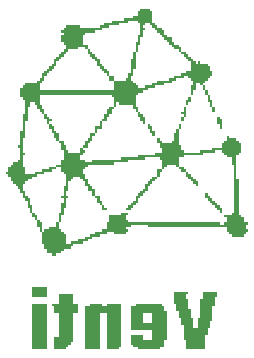
<source format=gbo>
G04*
G04 #@! TF.GenerationSoftware,Altium Limited,Altium Designer,19.1.8 (144)*
G04*
G04 Layer_Color=32896*
%FSTAX44Y44*%
%MOMM*%
G71*
G01*
G75*
G36*
X0021971Y00988568D02*
X00221742D01*
Y00986536D01*
Y00984504D01*
Y00982472D01*
Y0098044D01*
Y00978408D01*
X00223774D01*
Y00976376D01*
X00225806D01*
Y00974344D01*
X0022987D01*
Y00972312D01*
X00231902D01*
Y0097028D01*
Y00968248D01*
X00233934D01*
Y00966216D01*
X00237998D01*
Y00964184D01*
Y00962152D01*
X0024003D01*
Y0096012D01*
X00244094D01*
Y00958088D01*
X00246126D01*
Y00956056D01*
Y00954024D01*
X0025019D01*
Y00951992D01*
X00252222D01*
Y0094996D01*
X00254254D01*
Y00947928D01*
X00256286D01*
Y00945896D01*
X00258318D01*
Y00943864D01*
X0026035D01*
Y00945896D01*
X00262382D01*
Y00943864D01*
X00268478D01*
Y00941832D01*
X0027051D01*
Y009398D01*
Y00937768D01*
X00272542D01*
Y00935736D01*
Y00933704D01*
X0027051D01*
Y00931672D01*
X00268478D01*
Y0092964D01*
X00266446D01*
Y00927608D01*
X00264414D01*
Y00925576D01*
X00266446D01*
Y00923544D01*
Y00921512D01*
X00268478D01*
Y0091948D01*
Y00917448D01*
X0027051D01*
Y00915416D01*
Y00913384D01*
X00272542D01*
Y00911352D01*
Y0090932D01*
Y00907288D01*
X00274574D01*
Y00905256D01*
Y00903224D01*
X00272542D01*
Y00905256D01*
Y00907288D01*
X0027051D01*
Y0090932D01*
Y00911352D01*
X00268478D01*
Y00913384D01*
Y00915416D01*
Y00917448D01*
X00266446D01*
Y0091948D01*
Y00921512D01*
X00264414D01*
Y00923544D01*
Y00925576D01*
X00262382D01*
Y00927608D01*
X00258318D01*
Y00925576D01*
Y00923544D01*
Y00921512D01*
X00256286D01*
Y0091948D01*
Y00917448D01*
X00254254D01*
Y0091948D01*
Y00921512D01*
Y00923544D01*
Y00925576D01*
X00256286D01*
Y00927608D01*
Y0092964D01*
X00254254D01*
Y00931672D01*
X00252222D01*
Y00933704D01*
X00248158D01*
Y00931672D01*
X00242062D01*
Y0092964D01*
X00237998D01*
Y00927608D01*
X00231902D01*
Y00925576D01*
X00223774D01*
Y00923544D01*
X00217678D01*
Y00921512D01*
X00213614D01*
Y0091948D01*
X0020955D01*
Y00917448D01*
X00207518D01*
Y00915416D01*
Y00913384D01*
Y00911352D01*
Y0090932D01*
Y00907288D01*
X0020955D01*
Y00905256D01*
Y00903224D01*
X00211582D01*
Y00901192D01*
X00213614D01*
Y0089916D01*
X00215646D01*
Y00897128D01*
Y00895096D01*
Y00893064D01*
X00213614D01*
Y00895096D01*
X00211582D01*
Y00897128D01*
Y0089916D01*
X0020955D01*
Y00901192D01*
Y00903224D01*
X00207518D01*
Y00905256D01*
X00205486D01*
Y00907288D01*
Y0090932D01*
X00193294D01*
Y00911352D01*
X00191262D01*
Y0090932D01*
Y00907288D01*
X0018923D01*
Y0090932D01*
Y00911352D01*
Y00913384D01*
Y00915416D01*
X00187198D01*
Y00917448D01*
X00126238D01*
Y00915416D01*
Y00913384D01*
Y00911352D01*
Y0090932D01*
X0012827D01*
Y00907288D01*
Y00905256D01*
X00130302D01*
Y00903224D01*
Y00901192D01*
X00132334D01*
Y0089916D01*
X00134366D01*
Y00897128D01*
X00136398D01*
Y00895096D01*
X00134366D01*
Y00893064D01*
X00136398D01*
Y00891032D01*
X0013843D01*
Y00889D01*
Y00886968D01*
X00140462D01*
Y00884936D01*
X00142494D01*
Y00882904D01*
Y00880872D01*
Y0087884D01*
X00146558D01*
Y00876808D01*
Y00874776D01*
X0014859D01*
Y00872744D01*
Y00870712D01*
X00150622D01*
Y0086868D01*
X00160782D01*
Y00870712D01*
Y00872744D01*
X00162814D01*
Y00870712D01*
X00164846D01*
Y0086868D01*
X00162814D01*
Y00866648D01*
X00160782D01*
Y00864616D01*
Y00862584D01*
X00164846D01*
Y00860552D01*
X00170942D01*
Y00862584D01*
X00195326D01*
Y00864616D01*
X0020955D01*
Y00866648D01*
X00223774D01*
Y0086868D01*
X0022987D01*
Y00870712D01*
Y00872744D01*
X00227838D01*
Y00874776D01*
Y00876808D01*
X00225806D01*
Y0087884D01*
Y00880872D01*
X00227838D01*
Y0087884D01*
X0022987D01*
Y00876808D01*
X00237998D01*
Y0087884D01*
X0024003D01*
Y00880872D01*
Y00882904D01*
Y00884936D01*
X00242062D01*
Y00886968D01*
Y00889D01*
X00244094D01*
Y00886968D01*
Y00884936D01*
Y00882904D01*
Y00880872D01*
Y0087884D01*
Y00876808D01*
Y00874776D01*
X00246126D01*
Y00872744D01*
Y00870712D01*
X00248158D01*
Y0086868D01*
X00262382D01*
Y00870712D01*
X00272542D01*
Y00872744D01*
X0028067D01*
Y00874776D01*
Y00876808D01*
X00282702D01*
Y0087884D01*
X00284734D01*
Y00880872D01*
Y00882904D01*
X00286766D01*
Y00880872D01*
X00292862D01*
Y0087884D01*
X00294894D01*
Y00876808D01*
X00296926D01*
Y00874776D01*
Y00872744D01*
Y00870712D01*
Y0086868D01*
X00294894D01*
Y00866648D01*
X00292862D01*
Y00864616D01*
Y00862584D01*
Y00860552D01*
Y0085852D01*
Y00856488D01*
Y00854456D01*
Y00852424D01*
Y00850392D01*
Y0084836D01*
Y00846328D01*
X00294894D01*
Y00844296D01*
Y00842264D01*
Y00840232D01*
Y008382D01*
Y00836168D01*
Y00834136D01*
Y00832104D01*
Y00830072D01*
Y0082804D01*
Y00826008D01*
Y00823976D01*
Y00821944D01*
Y00819912D01*
Y0081788D01*
Y00815848D01*
X00296926D01*
Y00813816D01*
X00298958D01*
Y00811784D01*
Y00809752D01*
X00303022D01*
Y0080772D01*
X0030099D01*
Y00805688D01*
Y00803656D01*
X00303022D01*
Y00801624D01*
X0030099D01*
Y00799592D01*
X00298958D01*
Y0079756D01*
X00288798D01*
Y00799592D01*
X00286766D01*
Y00801624D01*
X00284734D01*
Y00803656D01*
Y00805688D01*
X00217678D01*
Y0080772D01*
X00203454D01*
Y00805688D01*
X0019939D01*
Y00803656D01*
X00201422D01*
Y00801624D01*
X0019939D01*
Y00799592D01*
X0018923D01*
Y00801624D01*
X00183134D01*
Y00799592D01*
X00177038D01*
Y0079756D01*
X00170942D01*
Y00795528D01*
X00166878D01*
Y00793496D01*
X00162814D01*
Y00791464D01*
X00154686D01*
Y00789432D01*
X00152654D01*
Y007874D01*
X00146558D01*
Y00785368D01*
X00144526D01*
Y00783336D01*
X00140462D01*
Y00781304D01*
X00136398D01*
Y00783336D01*
X00132334D01*
Y00785368D01*
Y007874D01*
X00130302D01*
Y00789432D01*
Y00791464D01*
X0012827D01*
Y00793496D01*
Y00795528D01*
Y0079756D01*
Y00799592D01*
Y00801624D01*
X00126238D01*
Y00803656D01*
Y00805688D01*
X00124206D01*
Y0080772D01*
Y00809752D01*
Y00811784D01*
X00122174D01*
Y00813816D01*
X00120142D01*
Y00815848D01*
Y0081788D01*
X0011811D01*
Y00819912D01*
Y00821944D01*
X00116078D01*
Y00823976D01*
Y00826008D01*
Y0082804D01*
X00114046D01*
Y00830072D01*
X00112014D01*
Y00832104D01*
Y00834136D01*
X00109982D01*
Y00836168D01*
Y008382D01*
X0010795D01*
Y00840232D01*
X00105918D01*
Y00842264D01*
X00103886D01*
Y00844296D01*
X00101854D01*
Y00846328D01*
Y0084836D01*
X00099822D01*
Y00850392D01*
X0009779D01*
Y00852424D01*
X00099822D01*
Y00854456D01*
Y00856488D01*
X00101854D01*
Y0085852D01*
X00103886D01*
Y00860552D01*
X0010795D01*
Y00862584D01*
X00109982D01*
Y00864616D01*
Y00866648D01*
Y0086868D01*
Y00870712D01*
Y00872744D01*
X0010795D01*
Y00874776D01*
X00109982D01*
Y00876808D01*
Y0087884D01*
Y00880872D01*
Y00882904D01*
Y00884936D01*
Y00886968D01*
X00112014D01*
Y00889D01*
Y00891032D01*
Y00893064D01*
Y00895096D01*
Y00897128D01*
Y0089916D01*
Y00901192D01*
X00114046D01*
Y00903224D01*
Y00905256D01*
Y00907288D01*
Y0090932D01*
Y00911352D01*
Y00913384D01*
X00112014D01*
Y00915416D01*
X00109982D01*
Y00917448D01*
Y0091948D01*
Y00921512D01*
Y00923544D01*
X00112014D01*
Y00925576D01*
X00114046D01*
Y00927608D01*
X00124206D01*
Y0092964D01*
X00126238D01*
Y00931672D01*
X0012827D01*
Y00933704D01*
Y00935736D01*
X00130302D01*
Y00937768D01*
X00132334D01*
Y009398D01*
X00134366D01*
Y00941832D01*
X00136398D01*
Y00943864D01*
X0013843D01*
Y00945896D01*
Y00947928D01*
X00140462D01*
Y0094996D01*
X00142494D01*
Y00951992D01*
X00144526D01*
Y00954024D01*
X00146558D01*
Y00956056D01*
X0014859D01*
Y00958088D01*
Y0096012D01*
X00146558D01*
Y00962152D01*
X00144526D01*
Y00964184D01*
Y00966216D01*
Y00968248D01*
X00146558D01*
Y0097028D01*
X00144526D01*
Y00972312D01*
X00146558D01*
Y00974344D01*
X0014859D01*
Y00976376D01*
X00160782D01*
Y00974344D01*
X00177038D01*
Y00976376D01*
X00181102D01*
Y00978408D01*
X00187198D01*
Y0098044D01*
X00197358D01*
Y00982472D01*
X00205486D01*
Y00984504D01*
X0020955D01*
Y00986536D01*
Y00988568D01*
X00211582D01*
Y009906D01*
X0021971D01*
Y00988568D01*
D02*
G37*
G36*
X00254254Y00913384D02*
Y00911352D01*
X00252222D01*
Y0090932D01*
X0025019D01*
Y00911352D01*
Y00913384D01*
X00252222D01*
Y00915416D01*
X00254254D01*
Y00913384D01*
D02*
G37*
G36*
X0025019Y00905256D02*
Y00903224D01*
Y00901192D01*
Y0089916D01*
X00248158D01*
Y00901192D01*
X00246126D01*
Y00903224D01*
X00248158D01*
Y00905256D01*
Y00907288D01*
X0025019D01*
Y00905256D01*
D02*
G37*
G36*
X00248158Y00897128D02*
Y00895096D01*
X00246126D01*
Y00897128D01*
Y0089916D01*
X00248158D01*
Y00897128D01*
D02*
G37*
G36*
X0018923Y00905256D02*
X00187198D01*
Y00903224D01*
Y00901192D01*
X00185166D01*
Y0089916D01*
X00183134D01*
Y00897128D01*
Y00895096D01*
X0017907D01*
Y00897128D01*
X00181102D01*
Y0089916D01*
Y00901192D01*
X00183134D01*
Y00903224D01*
Y00905256D01*
X00185166D01*
Y00907288D01*
X0018923D01*
Y00905256D01*
D02*
G37*
G36*
X00278638Y00897128D02*
X0028067D01*
Y00895096D01*
Y00893064D01*
Y00891032D01*
Y00889D01*
X00278638D01*
Y00891032D01*
Y00893064D01*
X00276606D01*
Y00895096D01*
Y00897128D01*
Y0089916D01*
X00278638D01*
Y00897128D01*
D02*
G37*
G36*
X00246126Y00891032D02*
Y00889D01*
X00244094D01*
Y00891032D01*
Y00893064D01*
X00246126D01*
Y00891032D01*
D02*
G37*
G36*
X0017907Y00893064D02*
Y00891032D01*
Y00889D01*
X00175006D01*
Y00886968D01*
Y00884936D01*
X00172974D01*
Y00886968D01*
Y00889D01*
Y00891032D01*
X00177038D01*
Y00893064D01*
Y00895096D01*
X0017907D01*
Y00893064D01*
D02*
G37*
G36*
X0021971Y00891032D02*
X00221742D01*
Y00889D01*
Y00886968D01*
X00223774D01*
Y00884936D01*
Y00882904D01*
X00221742D01*
Y00884936D01*
X0021971D01*
Y00886968D01*
Y00889D01*
X00217678D01*
Y00891032D01*
Y00893064D01*
X0021971D01*
Y00891032D01*
D02*
G37*
G36*
X00172974Y00882904D02*
X00170942D01*
Y00880872D01*
Y0087884D01*
X0016891D01*
Y00876808D01*
X00166878D01*
Y00874776D01*
Y00872744D01*
X00162814D01*
Y00874776D01*
X00164846D01*
Y00876808D01*
Y0087884D01*
X00166878D01*
Y00880872D01*
X0016891D01*
Y00882904D01*
Y00884936D01*
X00172974D01*
Y00882904D01*
D02*
G37*
G36*
X00132334Y00752856D02*
Y00750824D01*
Y00748792D01*
Y0074676D01*
X00120142D01*
Y00748792D01*
Y00750824D01*
Y00752856D01*
Y00754888D01*
X00132334D01*
Y00752856D01*
D02*
G37*
G36*
X00195326Y00738632D02*
Y007366D01*
Y00734568D01*
Y00732536D01*
Y00730504D01*
Y00728472D01*
Y0072644D01*
Y00724408D01*
Y00722376D01*
Y00720344D01*
Y00718312D01*
Y0071628D01*
Y00714248D01*
Y00712216D01*
Y00710184D01*
Y00708152D01*
Y0070612D01*
Y00704088D01*
X00193294D01*
Y00702056D01*
X00183134D01*
Y00704088D01*
Y0070612D01*
Y00708152D01*
Y00710184D01*
Y00712216D01*
Y00714248D01*
Y0071628D01*
Y00718312D01*
Y00720344D01*
Y00722376D01*
Y00724408D01*
Y0072644D01*
Y00728472D01*
Y00730504D01*
Y00732536D01*
X00177038D01*
Y00730504D01*
Y00728472D01*
Y0072644D01*
Y00724408D01*
Y00722376D01*
Y00720344D01*
Y00718312D01*
Y0071628D01*
Y00714248D01*
Y00712216D01*
Y00710184D01*
Y00708152D01*
Y0070612D01*
Y00704088D01*
Y00702056D01*
X00164846D01*
Y00704088D01*
Y0070612D01*
Y00708152D01*
Y00710184D01*
Y00712216D01*
Y00714248D01*
Y0071628D01*
Y00718312D01*
Y00720344D01*
Y00722376D01*
Y00724408D01*
Y0072644D01*
Y00728472D01*
Y00730504D01*
Y00732536D01*
Y00734568D01*
Y007366D01*
Y00738632D01*
X0016891D01*
Y00740664D01*
X0017907D01*
Y00738632D01*
X00183134D01*
Y00740664D01*
X00195326D01*
Y00738632D01*
D02*
G37*
G36*
X00276606Y00748792D02*
Y0074676D01*
X00274574D01*
Y00744728D01*
Y00742696D01*
Y00740664D01*
Y00738632D01*
X00272542D01*
Y007366D01*
Y00734568D01*
Y00732536D01*
Y00730504D01*
Y00728472D01*
Y0072644D01*
X0027051D01*
Y00724408D01*
Y00722376D01*
Y00720344D01*
X00268478D01*
Y00718312D01*
Y0071628D01*
Y00714248D01*
X00266446D01*
Y00712216D01*
Y00710184D01*
Y00708152D01*
Y0070612D01*
Y00704088D01*
Y00702056D01*
X0025019D01*
Y00704088D01*
Y0070612D01*
Y00708152D01*
Y00710184D01*
X00248158D01*
Y00712216D01*
Y00714248D01*
Y0071628D01*
Y00718312D01*
Y00720344D01*
Y00722376D01*
X00246126D01*
Y00724408D01*
Y0072644D01*
Y00728472D01*
X00244094D01*
Y00730504D01*
Y00732536D01*
Y00734568D01*
X00242062D01*
Y007366D01*
Y00738632D01*
Y00740664D01*
X0024003D01*
Y00742696D01*
Y00744728D01*
Y0074676D01*
Y00748792D01*
Y00750824D01*
X00252222D01*
Y00748792D01*
X0025019D01*
Y0074676D01*
Y00744728D01*
X00252222D01*
Y00742696D01*
Y00740664D01*
Y00738632D01*
Y007366D01*
X00254254D01*
Y00734568D01*
Y00732536D01*
Y00730504D01*
Y00728472D01*
X00256286D01*
Y0072644D01*
Y00724408D01*
Y00722376D01*
Y00720344D01*
X0026035D01*
Y00722376D01*
Y00724408D01*
Y0072644D01*
Y00728472D01*
X00262382D01*
Y00730504D01*
Y00732536D01*
Y00734568D01*
Y007366D01*
Y00738632D01*
Y00740664D01*
Y00742696D01*
Y00744728D01*
X00264414D01*
Y0074676D01*
Y00748792D01*
Y00750824D01*
X00276606D01*
Y00748792D01*
D02*
G37*
G36*
X0022987Y00738632D02*
X00231902D01*
Y007366D01*
Y00734568D01*
X00233934D01*
Y00732536D01*
Y00730504D01*
Y00728472D01*
Y0072644D01*
Y00724408D01*
Y00722376D01*
Y00720344D01*
Y00718312D01*
Y0071628D01*
Y00714248D01*
Y00712216D01*
Y00710184D01*
X00231902D01*
Y00708152D01*
Y0070612D01*
Y00704088D01*
X00227838D01*
Y00702056D01*
X0020955D01*
Y00704088D01*
X00205486D01*
Y0070612D01*
X00203454D01*
Y00708152D01*
Y00710184D01*
Y00712216D01*
Y00714248D01*
X00213614D01*
Y00712216D01*
Y00710184D01*
X00221742D01*
Y00712216D01*
Y00714248D01*
Y0071628D01*
Y00718312D01*
X00203454D01*
Y00720344D01*
Y00722376D01*
Y00724408D01*
Y0072644D01*
Y00728472D01*
Y00730504D01*
Y00732536D01*
Y00734568D01*
Y007366D01*
Y00738632D01*
X00207518D01*
Y00740664D01*
X0022987D01*
Y00738632D01*
D02*
G37*
G36*
X00154686Y0074676D02*
Y00744728D01*
Y00742696D01*
Y00740664D01*
X0015875D01*
Y00738632D01*
Y007366D01*
Y00734568D01*
Y00732536D01*
X00154686D01*
Y00730504D01*
Y00728472D01*
Y0072644D01*
Y00724408D01*
Y00722376D01*
Y00720344D01*
Y00718312D01*
Y0071628D01*
Y00714248D01*
Y00712216D01*
Y00710184D01*
Y00708152D01*
X00152654D01*
Y0070612D01*
X00150622D01*
Y00704088D01*
X0014859D01*
Y00702056D01*
X0013843D01*
Y00704088D01*
Y0070612D01*
Y00708152D01*
Y00710184D01*
Y00712216D01*
X00142494D01*
Y00714248D01*
Y0071628D01*
Y00718312D01*
Y00720344D01*
Y00722376D01*
Y00724408D01*
Y0072644D01*
Y00728472D01*
Y00730504D01*
Y00732536D01*
X0013843D01*
Y00734568D01*
Y007366D01*
Y00738632D01*
X00136398D01*
Y00740664D01*
X00142494D01*
Y00742696D01*
Y00744728D01*
Y0074676D01*
Y00748792D01*
X00154686D01*
Y0074676D01*
D02*
G37*
G36*
X00132334Y00738632D02*
Y007366D01*
Y00734568D01*
Y00732536D01*
Y00730504D01*
Y00728472D01*
Y0072644D01*
Y00724408D01*
Y00722376D01*
Y00720344D01*
Y00718312D01*
Y0071628D01*
Y00714248D01*
Y00712216D01*
Y00710184D01*
Y00708152D01*
Y0070612D01*
Y00704088D01*
Y00702056D01*
X00120142D01*
Y00704088D01*
Y0070612D01*
Y00708152D01*
Y00710184D01*
Y00712216D01*
Y00714248D01*
Y0071628D01*
Y00718312D01*
Y00720344D01*
Y00722376D01*
Y00724408D01*
Y0072644D01*
Y00728472D01*
Y00730504D01*
Y00732536D01*
Y00734568D01*
Y007366D01*
Y00738632D01*
Y00740664D01*
X00132334D01*
Y00738632D01*
D02*
G37*
%LPC*%
G36*
X0020955Y0098044D02*
X00201422D01*
Y00978408D01*
X00193294D01*
Y00976376D01*
X00185166D01*
Y00974344D01*
X0017907D01*
Y00972312D01*
X00172974D01*
Y0097028D01*
X00164846D01*
Y00968248D01*
X00162814D01*
Y00966216D01*
Y00964184D01*
Y00962152D01*
Y0096012D01*
X00166878D01*
Y00958088D01*
Y00956056D01*
X0016891D01*
Y00954024D01*
X00170942D01*
Y00951992D01*
X00172974D01*
Y0094996D01*
X00175006D01*
Y00947928D01*
X00177038D01*
Y00945896D01*
Y00943864D01*
X0017907D01*
Y00941832D01*
X00181102D01*
Y009398D01*
X00183134D01*
Y00937768D01*
X00185166D01*
Y00935736D01*
Y00933704D01*
X0018923D01*
Y00931672D01*
Y0092964D01*
X0019939D01*
Y00931672D01*
X00201422D01*
Y00933704D01*
Y00935736D01*
X00203454D01*
Y00937768D01*
Y009398D01*
Y00941832D01*
Y00943864D01*
Y00945896D01*
Y00947928D01*
X00205486D01*
Y0094996D01*
Y00951992D01*
Y00954024D01*
X00207518D01*
Y00951992D01*
Y0094996D01*
Y00947928D01*
Y00945896D01*
Y00943864D01*
Y00941832D01*
Y009398D01*
X00205486D01*
Y00937768D01*
Y00935736D01*
Y00933704D01*
X00203454D01*
Y00931672D01*
Y0092964D01*
X00205486D01*
Y00927608D01*
X00207518D01*
Y00925576D01*
X0020955D01*
Y00923544D01*
X00215646D01*
Y00925576D01*
X00221742D01*
Y00927608D01*
X00225806D01*
Y0092964D01*
X00235966D01*
Y00931672D01*
X0024003D01*
Y00933704D01*
X00246126D01*
Y00935736D01*
X0025019D01*
Y00937768D01*
X00254254D01*
Y009398D01*
Y00941832D01*
Y00943864D01*
Y00945896D01*
X00252222D01*
Y00947928D01*
X0025019D01*
Y0094996D01*
X00248158D01*
Y00951992D01*
X00246126D01*
Y00954024D01*
X00244094D01*
Y00956056D01*
X0024003D01*
Y00958088D01*
X00237998D01*
Y0096012D01*
X00235966D01*
Y00962152D01*
X00233934D01*
Y00964184D01*
X00231902D01*
Y00966216D01*
X0022987D01*
Y00968248D01*
X00227838D01*
Y0097028D01*
X00225806D01*
Y00972312D01*
X00223774D01*
Y00974344D01*
X00221742D01*
Y00976376D01*
X0021971D01*
Y00978408D01*
X00215646D01*
Y00976376D01*
X00213614D01*
Y00974344D01*
X00215646D01*
Y00972312D01*
X00213614D01*
Y0097028D01*
Y00968248D01*
Y00966216D01*
X00211582D01*
Y00964184D01*
Y00962152D01*
Y0096012D01*
X0020955D01*
Y00958088D01*
Y00956056D01*
Y00954024D01*
X00207518D01*
Y00956056D01*
Y00958088D01*
Y0096012D01*
Y00962152D01*
X0020955D01*
Y00964184D01*
Y00966216D01*
Y00968248D01*
X00211582D01*
Y0097028D01*
Y00972312D01*
Y00974344D01*
Y00976376D01*
Y00978408D01*
X0020955D01*
Y0098044D01*
D02*
G37*
G36*
X00164846Y00958088D02*
X0015875D01*
Y00956056D01*
X00150622D01*
Y00954024D01*
X0014859D01*
Y00951992D01*
X00146558D01*
Y0094996D01*
X00144526D01*
Y00947928D01*
X00142494D01*
Y00945896D01*
X00140462D01*
Y00943864D01*
Y00941832D01*
X0013843D01*
Y009398D01*
X00136398D01*
Y00937768D01*
X00134366D01*
Y00935736D01*
X00132334D01*
Y00933704D01*
X00130302D01*
Y00931672D01*
Y0092964D01*
X0012827D01*
Y00927608D01*
X00126238D01*
Y00925576D01*
Y00923544D01*
Y00921512D01*
X0018923D01*
Y00923544D01*
Y00925576D01*
Y00927608D01*
Y0092964D01*
X00185166D01*
Y00931672D01*
Y00933704D01*
X00183134D01*
Y00935736D01*
X00181102D01*
Y00937768D01*
X0017907D01*
Y009398D01*
X00177038D01*
Y00941832D01*
X00175006D01*
Y00943864D01*
Y00945896D01*
X00172974D01*
Y00947928D01*
X00170942D01*
Y0094996D01*
X0016891D01*
Y00951992D01*
X00166878D01*
Y00954024D01*
Y00956056D01*
X00164846D01*
Y00958088D01*
D02*
G37*
G36*
X00122174Y00911352D02*
X0011811D01*
Y0090932D01*
Y00907288D01*
X00116078D01*
Y00905256D01*
Y00903224D01*
Y00901192D01*
Y0089916D01*
Y00897128D01*
Y00895096D01*
X00114046D01*
Y00893064D01*
Y00891032D01*
Y00889D01*
Y00886968D01*
Y00884936D01*
Y00882904D01*
Y00880872D01*
X00112014D01*
Y0087884D01*
Y00876808D01*
Y00874776D01*
Y00872744D01*
Y00870712D01*
Y0086868D01*
X00114046D01*
Y00866648D01*
X00112014D01*
Y00864616D01*
Y00862584D01*
Y00860552D01*
Y0085852D01*
Y00856488D01*
X00114046D01*
Y00854456D01*
Y00852424D01*
Y00850392D01*
X00122174D01*
Y00852424D01*
X0012827D01*
Y00854456D01*
X00134366D01*
Y00856488D01*
X00140462D01*
Y00854456D01*
X00136398D01*
Y00852424D01*
X00130302D01*
Y00850392D01*
X00124206D01*
Y0084836D01*
X00120142D01*
Y00846328D01*
X00116078D01*
Y00844296D01*
X00114046D01*
Y00842264D01*
X00112014D01*
Y00840232D01*
Y008382D01*
Y00836168D01*
X00114046D01*
Y00834136D01*
Y00832104D01*
X00116078D01*
Y00830072D01*
X0011811D01*
Y0082804D01*
Y00826008D01*
Y00823976D01*
X00120142D01*
Y00821944D01*
Y00819912D01*
Y0081788D01*
X00122174D01*
Y00815848D01*
X00124206D01*
Y00813816D01*
Y00811784D01*
X00126238D01*
Y00809752D01*
X0012827D01*
Y0080772D01*
Y00805688D01*
Y00803656D01*
Y00801624D01*
X00130302D01*
Y00803656D01*
X00134366D01*
Y00805688D01*
X00140462D01*
Y0080772D01*
Y00809752D01*
X00142494D01*
Y0080772D01*
Y00805688D01*
Y00803656D01*
X00144526D01*
Y00801624D01*
X00146558D01*
Y00799592D01*
X0014859D01*
Y0079756D01*
Y00795528D01*
Y00793496D01*
Y00791464D01*
X00152654D01*
Y00793496D01*
X0015875D01*
Y00795528D01*
X00164846D01*
Y0079756D01*
X0016891D01*
Y00799592D01*
X00172974D01*
Y00801624D01*
X0017907D01*
Y00803656D01*
X00183134D01*
Y00805688D01*
Y0080772D01*
Y00809752D01*
X00185166D01*
Y00811784D01*
Y00813816D01*
Y00815848D01*
X00195326D01*
Y0081788D01*
X00201422D01*
Y00815848D01*
X0019939D01*
Y00813816D01*
Y00811784D01*
X00201422D01*
Y00809752D01*
X00278638D01*
Y0080772D01*
X00282702D01*
Y00809752D01*
X00284734D01*
Y00811784D01*
Y00813816D01*
X00282702D01*
Y00815848D01*
X00288798D01*
Y0081788D01*
X0029083D01*
Y00819912D01*
Y00821944D01*
Y00823976D01*
Y00826008D01*
Y0082804D01*
Y00830072D01*
Y00832104D01*
Y00834136D01*
Y00836168D01*
Y008382D01*
Y00840232D01*
Y00842264D01*
Y00844296D01*
Y00846328D01*
Y0084836D01*
Y00850392D01*
Y00852424D01*
Y00854456D01*
Y00856488D01*
Y0085852D01*
X00288798D01*
Y00860552D01*
Y00862584D01*
Y00864616D01*
X00284734D01*
Y00866648D01*
X00282702D01*
Y0086868D01*
X0028067D01*
Y00870712D01*
X00274574D01*
Y0086868D01*
X00264414D01*
Y00866648D01*
X00248158D01*
Y00864616D01*
X00244094D01*
Y00862584D01*
Y00860552D01*
Y0085852D01*
Y00856488D01*
X00248158D01*
Y00854456D01*
X0025019D01*
Y00852424D01*
X00252222D01*
Y00850392D01*
X00254254D01*
Y0084836D01*
X00256286D01*
Y00846328D01*
X00258318D01*
Y00844296D01*
X0026035D01*
Y00842264D01*
Y00840232D01*
X00258318D01*
Y00842264D01*
X00256286D01*
Y00844296D01*
X00254254D01*
Y00846328D01*
X00252222D01*
Y0084836D01*
X0025019D01*
Y00850392D01*
Y00852424D01*
X00246126D01*
Y00854456D01*
X00244094D01*
Y00856488D01*
X00242062D01*
Y0085852D01*
X00233934D01*
Y00856488D01*
X00231902D01*
Y00854456D01*
X0022987D01*
Y00856488D01*
Y0085852D01*
Y00860552D01*
Y00862584D01*
X00227838D01*
Y00864616D01*
X00215646D01*
Y00862584D01*
X00201422D01*
Y00860552D01*
X0018923D01*
Y0085852D01*
X00166878D01*
Y00856488D01*
X00164846D01*
Y00854456D01*
X00162814D01*
Y00852424D01*
Y00850392D01*
X00164846D01*
Y0084836D01*
Y00846328D01*
X00166878D01*
Y00844296D01*
Y00842264D01*
X0016891D01*
Y00840232D01*
X00170942D01*
Y008382D01*
X00172974D01*
Y00836168D01*
Y00834136D01*
Y00832104D01*
X00177038D01*
Y00830072D01*
Y0082804D01*
X0017907D01*
Y00826008D01*
Y00823976D01*
X00181102D01*
Y00821944D01*
X00183134D01*
Y00819912D01*
X0017907D01*
Y00821944D01*
Y00823976D01*
X00177038D01*
Y00826008D01*
X00175006D01*
Y0082804D01*
Y00830072D01*
X00172974D01*
Y00832104D01*
X00170942D01*
Y00834136D01*
Y00836168D01*
X00166878D01*
Y008382D01*
Y00840232D01*
X00164846D01*
Y00842264D01*
Y00844296D01*
X00162814D01*
Y00846328D01*
X00160782D01*
Y0084836D01*
X00154686D01*
Y00846328D01*
X00152654D01*
Y00844296D01*
X00150622D01*
Y00842264D01*
Y00840232D01*
Y008382D01*
Y00836168D01*
X0014859D01*
Y00834136D01*
Y00832104D01*
X00150622D01*
Y00830072D01*
X0014859D01*
Y0082804D01*
Y00826008D01*
Y00823976D01*
Y00821944D01*
X00146558D01*
Y00819912D01*
Y0081788D01*
Y00815848D01*
X00144526D01*
Y00813816D01*
Y00811784D01*
Y00809752D01*
X00142494D01*
Y00811784D01*
Y00813816D01*
Y00815848D01*
Y0081788D01*
X00144526D01*
Y00819912D01*
Y00821944D01*
Y00823976D01*
Y00826008D01*
X00146558D01*
Y0082804D01*
Y00830072D01*
X00144526D01*
Y00832104D01*
X00146558D01*
Y00834136D01*
Y00836168D01*
Y008382D01*
Y00840232D01*
X0014859D01*
Y00842264D01*
Y00844296D01*
Y00846328D01*
Y0084836D01*
Y00850392D01*
X00146558D01*
Y00852424D01*
X00144526D01*
Y00854456D01*
Y00856488D01*
X00140462D01*
Y0085852D01*
X00144526D01*
Y00860552D01*
Y00862584D01*
X00146558D01*
Y00864616D01*
Y00866648D01*
Y0086868D01*
Y00870712D01*
X00144526D01*
Y00872744D01*
Y00874776D01*
Y00876808D01*
X00142494D01*
Y0087884D01*
X00140462D01*
Y00880872D01*
X0013843D01*
Y00882904D01*
Y00884936D01*
X00136398D01*
Y00886968D01*
Y00889D01*
X00134366D01*
Y00891032D01*
Y00893064D01*
X00132334D01*
Y00895096D01*
Y00897128D01*
X00130302D01*
Y0089916D01*
Y00901192D01*
X0012827D01*
Y00903224D01*
X00126238D01*
Y00905256D01*
X00124206D01*
Y00907288D01*
Y0090932D01*
X00122174D01*
Y00911352D01*
D02*
G37*
%LPD*%
G36*
X0022987Y00852424D02*
X00227838D01*
Y00850392D01*
Y0084836D01*
X00225806D01*
Y00850392D01*
Y00852424D01*
Y00854456D01*
X0022987D01*
Y00852424D01*
D02*
G37*
G36*
X00225806Y00846328D02*
X00223774D01*
Y00844296D01*
X00221742D01*
Y00842264D01*
X0021971D01*
Y00840232D01*
X00217678D01*
Y008382D01*
Y00836168D01*
X00215646D01*
Y00834136D01*
X00213614D01*
Y00832104D01*
X00211582D01*
Y00830072D01*
X0020955D01*
Y0082804D01*
Y00826008D01*
X00207518D01*
Y00823976D01*
X00205486D01*
Y00821944D01*
X00203454D01*
Y00819912D01*
X0019939D01*
Y00821944D01*
X00201422D01*
Y00823976D01*
X00203454D01*
Y00826008D01*
X00205486D01*
Y0082804D01*
X00207518D01*
Y00830072D01*
Y00832104D01*
X0020955D01*
Y00834136D01*
X00211582D01*
Y00836168D01*
X00213614D01*
Y008382D01*
X00215646D01*
Y00840232D01*
Y00842264D01*
X00217678D01*
Y00844296D01*
X0021971D01*
Y00846328D01*
X00221742D01*
Y0084836D01*
X00225806D01*
Y00846328D01*
D02*
G37*
G36*
X00268478Y00832104D02*
X0027051D01*
Y00830072D01*
X00272542D01*
Y0082804D01*
X00274574D01*
Y00826008D01*
X00276606D01*
Y00823976D01*
X00278638D01*
Y00821944D01*
X0028067D01*
Y00819912D01*
Y0081788D01*
X00278638D01*
Y00819912D01*
X00276606D01*
Y00821944D01*
X00274574D01*
Y00823976D01*
X00272542D01*
Y00826008D01*
X0027051D01*
Y0082804D01*
X00268478D01*
Y00830072D01*
X00266446D01*
Y00832104D01*
Y00834136D01*
X00268478D01*
Y00832104D01*
D02*
G37*
%LPC*%
G36*
X00221742Y00732536D02*
X00213614D01*
Y00730504D01*
Y00728472D01*
Y0072644D01*
Y00724408D01*
X00221742D01*
Y0072644D01*
Y00728472D01*
Y00730504D01*
Y00732536D01*
D02*
G37*
%LPD*%
M02*

</source>
